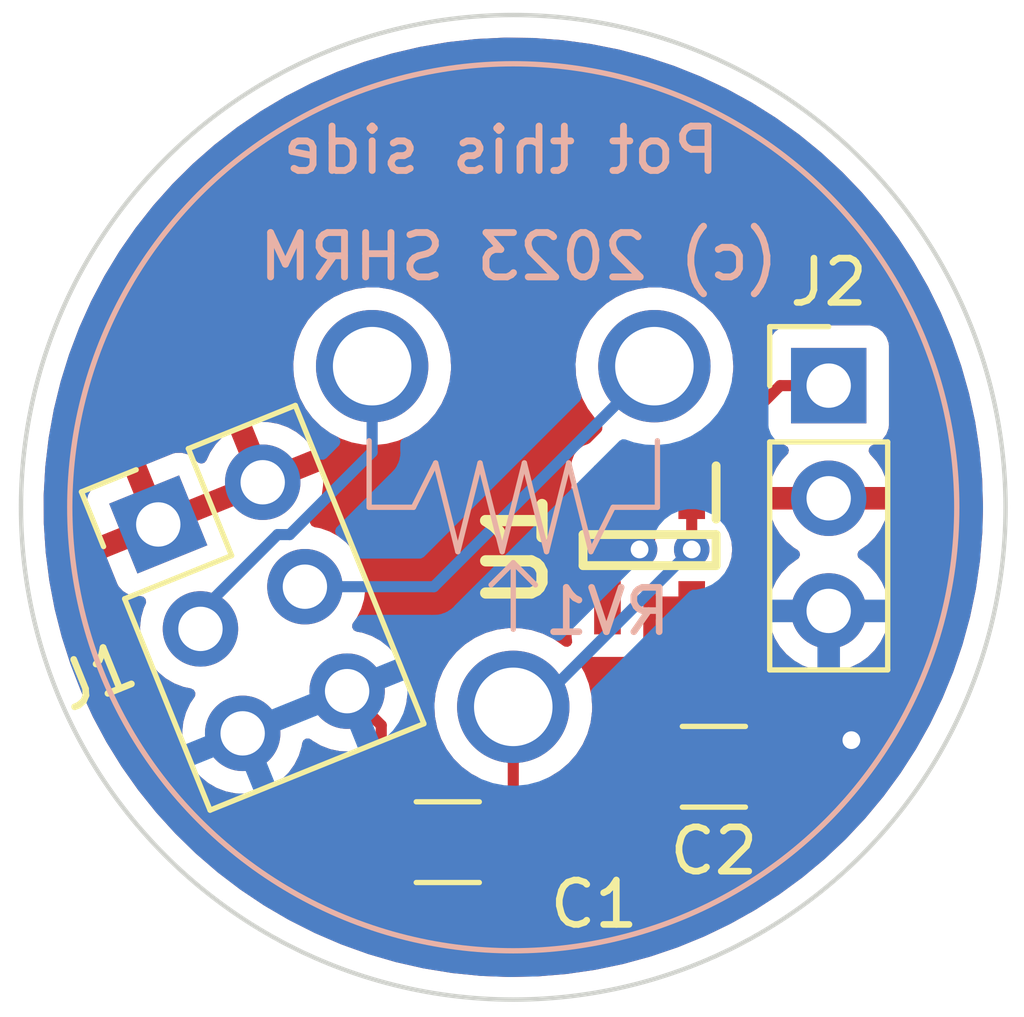
<source format=kicad_pcb>
(kicad_pcb (version 20211014) (generator pcbnew)
  (layers (0 "F.Cu" signal) (31 "B.Cu" signal) (34 "B.Paste" user) (35 "F.Paste" user) (36 "B.SilkS" user "B.Silkscreen") (37 "F.SilkS" user "F.Silkscreen") (38 "B.Mask" user) (39 "F.Mask" user) (44 "Edge.Cuts" user))
  (net 0 "")
  (net 1 "Net-(C1-Pad1)")
  (net 2 "GND")
  (net 3 "VDD")
  (net 4 "Net-(J1-Pad4)")
  (net 5 "Net-(RV1-Pad3)")
  (net 6 "Net-(J2-Pad1)")
  (footprint "Appreciate:SOT95P285X145-5N" (layer "F.Cu") (at 146.05 104.1146 -90)
    (fp_text reference "U1" (at 0 3 90) (layer "F.SilkS") (effects (font (size 1.27 1.27) (thickness 0.254))))
    (fp_text value "APX321WG-7" hide)
    (fp_line (start 0.35 -1.5) (end 0.35 1.5) (layer "F.SilkS") (width 0.2))
    (fp_line (start -0.35 1.5) (end -0.35 -1.5) (layer "F.SilkS") (width 0.2))
    (fp_line (start 0.35 1.5) (end -0.35 1.5) (layer "F.SilkS") (width 0.2))
    (fp_line (start -0.35 -1.5) (end 0.35 -1.5) (layer "F.SilkS") (width 0.2))
    (fp_line (start -1.9 -1.5) (end -0.7 -1.5) (layer "F.SilkS") (width 0.2))
    (pad "1" smd rect (at -1.3 -0.95) (size 0.6 1.2) (layers "F.Cu" "F.Paste" "F.Mask") (net 1 "Net-(C1-Pad1)"))
    (pad "2" smd rect (at -1.3 0) (size 0.6 1.2) (layers "F.Cu" "F.Paste" "F.Mask") (net 2 "GND"))
    (pad "3" smd rect (at -1.3 0.95) (size 0.6 1.2) (layers "F.Cu" "F.Paste" "F.Mask") (net 6 "Net-(J2-Pad1)"))
    (pad "4" smd rect (at 1.3 0.95) (size 0.6 1.2) (layers "F.Cu" "F.Paste" "F.Mask") (net 6 "Net-(J2-Pad1)"))
    (pad "5" smd rect (at 1.3 -0.95) (size 0.6 1.2) (layers "F.Cu" "F.Paste" "F.Mask") (net 3 "VDD"))
  )
  (footprint "Connector_PinHeader_2.54mm:PinHeader_1x03_P2.54mm_Vertical" (layer "F.Cu") (at 150.0886 100.4062)
    (fp_text reference "J2" (at 0 -2.33) (layer "F.SilkS"))
    (fp_text value "Conn_01x03" hide)
    (fp_line (start -1.33 6.41) (end 1.33 6.41) (layer "F.SilkS") (width 0.12))
    (fp_line (start -1.33 0) (end -1.33 -1.33) (layer "F.SilkS") (width 0.12))
    (fp_line (start -1.33 1.27) (end -1.33 6.41) (layer "F.SilkS") (width 0.12))
    (fp_line (start -1.33 1.27) (end 1.33 1.27) (layer "F.SilkS") (width 0.12))
    (fp_line (start -1.33 -1.33) (end 0 -1.33) (layer "F.SilkS") (width 0.12))
    (fp_line (start 1.33 1.27) (end 1.33 6.41) (layer "F.SilkS") (width 0.12))
    (pad "1" thru_hole rect (at 0 0) (size 1.7 1.7) (drill 1) (layers *.Cu *.Mask) (net 6 "Net-(J2-Pad1)"))
    (pad "2" thru_hole oval (at 0 2.54) (size 1.7 1.7) (drill 1) (layers *.Cu *.Mask) (net 3 "VDD"))
    (pad "3" thru_hole oval (at 0 5.08) (size 1.7 1.7) (drill 1) (layers *.Cu *.Mask) (net 2 "GND"))
  )
  (footprint "Capacitor_SMD:C_1206_3216Metric" (layer "F.Cu") (at 147.5 109)
    (fp_text reference "C2" (at 0 1.9) (layer "F.SilkS"))
    (fp_text value "0.1u" hide)
    (fp_line (start -0.711252 0.91) (end 0.711252 0.91) (layer "F.SilkS") (width 0.12))
    (fp_line (start -0.711252 -0.91) (end 0.711252 -0.91) (layer "F.SilkS") (width 0.12))
    (pad "1" smd roundrect (at -1.475 0) (size 1.15 1.8) (layers "F.Cu" "F.Paste" "F.Mask") (roundrect_rratio 0.2173913043) (net 3 "VDD"))
    (pad "2" smd roundrect (at 1.475 0) (size 1.15 1.8) (layers "F.Cu" "F.Paste" "F.Mask") (roundrect_rratio 0.2173913043) (net 2 "GND"))
  )
  (footprint "Capacitor_SMD:C_1206_3216Metric" (layer "F.Cu") (at 141.5 110.7 180)
    (fp_text reference "C1" (at -3.3 -1.4 180) (layer "F.SilkS"))
    (fp_text value "10n" hide)
    (fp_line (start -0.711252 -0.91) (end 0.711252 -0.91) (layer "F.SilkS") (width 0.12))
    (fp_line (start -0.711252 0.91) (end 0.711252 0.91) (layer "F.SilkS") (width 0.12))
    (pad "1" smd roundrect (at -1.475 0 180) (size 1.15 1.8) (layers "F.Cu" "F.Paste" "F.Mask") (roundrect_rratio 0.2173913043) (net 1 "Net-(C1-Pad1)"))
    (pad "2" smd roundrect (at 1.475 0 180) (size 1.15 1.8) (layers "F.Cu" "F.Paste" "F.Mask") (roundrect_rratio 0.2173913043) (net 2 "GND"))
  )
  (footprint "Connector_PinHeader_2.54mm:PinHeader_2x03_P2.54mm_Vertical" (layer "F.Cu") (at 134.971959 103.536485 22)
    (fp_text reference "J1" (at -2.574146 2.65171 22) (layer "F.SilkS"))
    (fp_text value "Conn_02x03_Odd_Even" hide)
    (fp_line (start -1.33 1.27) (end 1.27 1.27) (layer "F.SilkS") (width 0.12))
    (fp_line (start -1.33 6.41) (end 3.87 6.41) (layer "F.SilkS") (width 0.12))
    (fp_line (start -1.33 -1.33) (end 0 -1.33) (layer "F.SilkS") (width 0.12))
    (fp_line (start -1.33 0) (end -1.33 -1.33) (layer "F.SilkS") (width 0.12))
    (fp_line (start 3.87 -1.33) (end 3.87 6.41) (layer "F.SilkS") (width 0.12))
    (fp_line (start 1.27 1.27) (end 1.27 -1.33) (layer "F.SilkS") (width 0.12))
    (fp_line (start -1.33 1.27) (end -1.33 6.41) (layer "F.SilkS") (width 0.12))
    (fp_line (start 1.27 -1.33) (end 3.87 -1.33) (layer "F.SilkS") (width 0.12))
    (pad "1" thru_hole rect (at 0 0 22) (size 1.7 1.7) (drill 1) (layers *.Cu *.Mask) (net 3 "VDD"))
    (pad "2" thru_hole oval (at 2.54 0 22) (size 1.7 1.7) (drill 1) (layers *.Cu *.Mask) (net 3 "VDD"))
    (pad "3" thru_hole oval (at 0 2.54 22) (size 1.7 1.7) (drill 1) (layers *.Cu *.Mask) (net 5 "Net-(RV1-Pad3)"))
    (pad "4" thru_hole oval (at 2.54 2.54 22) (size 1.7 1.7) (drill 1) (layers *.Cu *.Mask) (net 4 "Net-(J1-Pad4)"))
    (pad "5" thru_hole oval (at 0 5.08 22) (size 1.7 1.7) (drill 1) (layers *.Cu *.Mask) (net 2 "GND"))
    (pad "6" thru_hole oval (at 2.54 5.08 22) (size 1.7 1.7) (drill 1) (layers *.Cu *.Mask) (net 2 "GND"))
  )
  (footprint "Appreciate:Vishay_357" (layer "B.Cu") (at 142.9766 103.1494 180)
    (fp_text reference "RV1" (at -2.1234 -2.3506 unlocked) (layer "B.SilkS") (effects (justify mirror)))
    (fp_text value "R_Potentiometer_US" hide)
    (fp_line (start -1.25 1) (end -0.75 -1) (layer "B.SilkS") (width 0.12))
    (fp_line (start -0.75 -1) (end -0.25 1) (layer "B.SilkS") (width 0.12))
    (fp_line (start 0 -1.25) (end 0.5 -1.75) (layer "B.SilkS") (width 0.12))
    (fp_line (start 2.25 0) (end 3.25 0) (layer "B.SilkS") (width 0.12))
    (fp_line (start 0 -1.25) (end 0 -2.75) (layer "B.SilkS") (width 0.12))
    (fp_line (start 0.25 -1) (end 0.75 1) (layer "B.SilkS") (width 0.12))
    (fp_line (start -3.25 1.5) (end -3.25 0) (layer "B.SilkS") (width 0.12))
    (fp_line (start -2.25 0) (end -1.75 -1) (layer "B.SilkS") (width 0.12))
    (fp_line (start 3.25 0) (end 3.25 1.5) (layer "B.SilkS") (width 0.12))
    (fp_line (start 1.75 1) (end 2.25 0) (layer "B.SilkS") (width 0.12))
    (fp_line (start -0.25 1) (end 0.25 -1) (layer "B.SilkS") (width 0.12))
    (fp_line (start -0.5 -1.75) (end 0 -1.25) (layer "B.SilkS") (width 0.12))
    (fp_line (start -1.75 -1) (end -1.25 1) (layer "B.SilkS") (width 0.12))
    (fp_line (start 0.75 1) (end 1.25 -1) (layer "B.SilkS") (width 0.12))
    (fp_line (start 1.25 -1) (end 1.75 1) (layer "B.SilkS") (width 0.12))
    (fp_line (start -3.25 0) (end -2.25 0) (layer "B.SilkS") (width 0.12))
    (fp_circle (center 0 0) (end 10 0) (layer "B.SilkS") (width 0.12) (fill none))
    (pad "1" thru_hole circle (at -3.182 3.182 180) (size 2.533 2.533) (drill 1.77) (layers *.Cu *.Mask) (net 4 "Net-(J1-Pad4)"))
    (pad "2" thru_hole circle (at 0 -4.5 180) (size 2.533 2.533) (drill 1.77) (layers *.Cu *.Mask) (net 1 "Net-(C1-Pad1)"))
    (pad "3" thru_hole circle (at 3.182 3.182 180) (size 2.533 2.533) (drill 1.77) (layers *.Cu *.Mask) (net 5 "Net-(RV1-Pad3)"))
  )
  (gr_circle locked (center 142.9766 103.1494) (end 154.0766 103.1494) (layer "Edge.Cuts") (width 0.1) (fill none))
  (gr_text "(c) 2023 SHRM" (at 143.1 97.5) (layer "B.SilkS") (effects (font (size 1 1) (thickness 0.155)) (justify mirror)))
  (gr_text "Pot this side" (at 142.7 95.1) (layer "B.SilkS") (effects (font (size 1 1) (thickness 0.155)) (justify mirror)))
  (segment (start 147 102.8146) (end 147 104.1) (width 0.25) (layer "F.Cu") (net 1))
  (segment (start 142.9766 110.6984) (end 142.9766 107.6494) (width 0.25) (layer "F.Cu") (net 1))
  (segment (start 142.975 110.7) (end 142.9766 110.6984) (width 0.25) (layer "F.Cu") (net 1))
  (via (at 147 104.1) (size 0.8) (drill 0.4) (layers "F.Cu" "B.Cu") (net 1))
  (segment (start 143.4506 107.6494) (end 142.9766 107.6494) (width 0.25) (layer "B.Cu") (net 1))
  (segment (start 147 104.1) (end 143.4506 107.6494) (width 0.25) (layer "B.Cu") (net 1))
  (segment (start 146.05 102.8146) (end 146.05 103.8745) (width 0.25) (layer "F.Cu") (net 2))
  (segment (start 150 109) (end 150.6 108.4) (width 0.25) (layer "F.Cu") (net 2))
  (segment (start 140 108.065071) (end 140 110.675) (width 0.25) (layer "F.Cu") (net 2))
  (segment (start 140 110.675) (end 140.025 110.7) (width 0.25) (layer "F.Cu") (net 2))
  (segment (start 148.975 109) (end 150 109) (width 0.25) (layer "F.Cu") (net 2))
  (segment (start 146.05 103.8745) (end 145.8245 104.1) (width 0.25) (layer "F.Cu") (net 2))
  (segment (start 139.230007 107.295078) (end 140 108.065071) (width 0.25) (layer "F.Cu") (net 2))
  (via (at 145.8245 104.1) (size 0.8) (drill 0.4) (layers "F.Cu" "B.Cu") (net 2))
  (via (at 150.6 108.4) (size 0.8) (drill 0.4) (layers "F.Cu" "B.Cu") (net 2))
  (segment (start 138.278507 104.940031) (end 141.185969 104.940031) (width 0.25) (layer "B.Cu") (net 4))
  (segment (start 141.185969 104.940031) (end 146.1586 99.9674) (width 0.25) (layer "B.Cu") (net 4))
  (segment (start 137.934969 103.765031) (end 139.7946 101.9054) (width 0.25) (layer "B.Cu") (net 5))
  (segment (start 139.7946 101.9054) (end 139.7946 99.9674) (width 0.25) (layer "B.Cu") (net 5))
  (segment (start 137.663388 103.765031) (end 137.934969 103.765031) (width 0.25) (layer "B.Cu") (net 5))
  (segment (start 135.92346 105.504959) (end 137.663388 103.765031) (width 0.25) (layer "B.Cu") (net 5))
  (segment (start 135.92346 105.891532) (end 135.92346 105.504959) (width 0.25) (layer "B.Cu") (net 5))
  (segment (start 145.4104 101.8896) (end 147.4896 101.8896) (width 0.25) (layer "F.Cu") (net 6))
  (segment (start 147.4896 101.8896) (end 147.5 101.9) (width 0.25) (layer "F.Cu") (net 6))
  (segment (start 145.1 102.8146) (end 145.1 105.4146) (width 0.25) (layer "F.Cu") (net 6))
  (segment (start 147.5 101.9) (end 148.9938 100.4062) (width 0.25) (layer "F.Cu") (net 6))
  (segment (start 145.1 102.8146) (end 145.1 102.2) (width 0.25) (layer "F.Cu") (net 6))
  (segment (start 150.0886 100.4062) (end 148.9938 100.4062) (width 0.25) (layer "F.Cu") (net 6))
  (segment (start 145.1 102.2) (end 145.4104 101.8896) (width 0.25) (layer "F.Cu") (net 6))
  (zone (net 3) (net_name "VDD") (layer "F.Cu") (connect_pads (clearance 0.508)) (min_thickness 0.254) (fill yes (thermal_gap 0.508) (thermal_bridge_width 0.508))
    (polygon (pts (xy 154.5 114.5) (xy 131.4128 114.6556) (xy 131.4128 91.7114) (xy 154.5 91.7114)))
  )
  (zone (net 2) (net_name "GND") (layer "B.Cu") (connect_pads (clearance 0.508)) (min_thickness 0.254) (fill yes (thermal_gap 0.508) (thermal_bridge_width 0.508))
    (polygon (pts (xy 154.4908 114.5) (xy 131.4036 114.6556) (xy 131.4036 91.7114) (xy 154.4908 91.7114)))
  )
)
</source>
